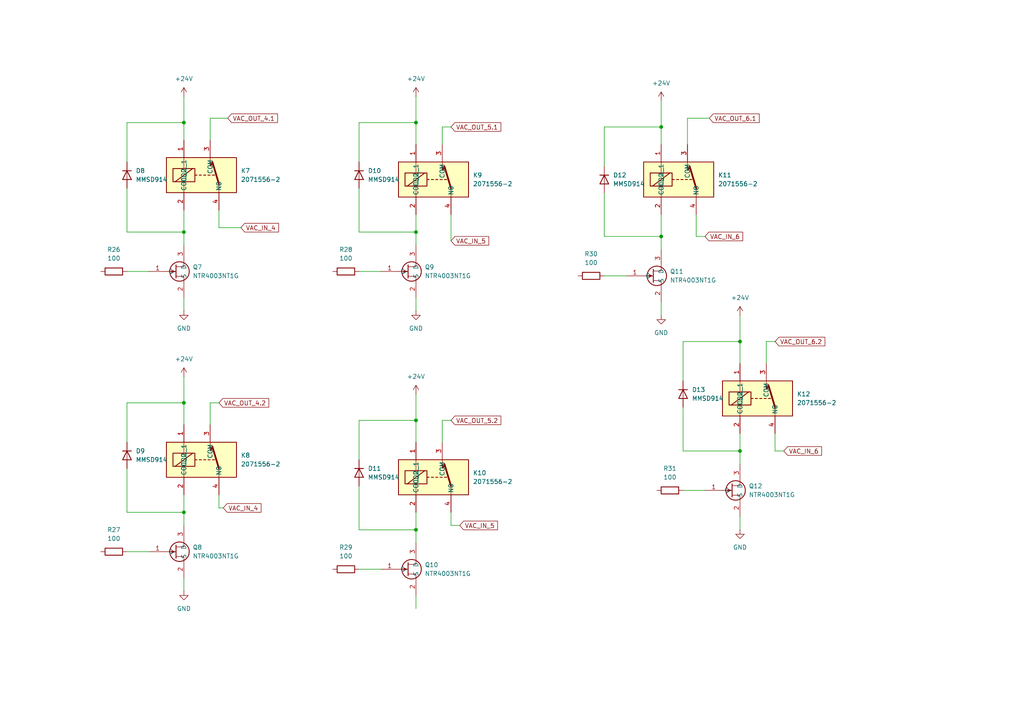
<source format=kicad_sch>
(kicad_sch (version 20250114) (generator "eeschema") (generator_version "9.0")
  (paper "A4")
  (lib_symbols
    (symbol "2071556-2:2071556-2"
      (property "Reference" "K" (at 26.67 7.62 0))
      (property "Value" "2071556-2" (at 26.67 5.08 0))
      (symbol "2071556-2_0_1"
        (rectangle (start -8.255 3.175) (end -1.905 -0.635) (stroke (width 0.254)))
        (polyline (pts (xy -7.62 -0.635) (xy -2.54 3.175)) (stroke (width 0.254)))
        (polyline (pts (xy -5.08 6.35) (xy -5.08 3.175)))
        (polyline (pts (xy -5.08 -3.81) (xy -5.08 -0.635)))
        (polyline (pts (xy -1.905 1.27) (xy -1.27 1.27)) (stroke (width 0.254)))
        (polyline (pts (xy -0.635 1.27) (xy 0 1.27)) (stroke (width 0.254)))
        (polyline (pts (xy 0.635 1.27) (xy 1.27 1.27)) (stroke (width 0.254)))
        (polyline (pts (xy 1.905 1.27) (xy 2.54 1.27)) (stroke (width 0.254)))
        (polyline (pts (xy 2.54 6.35) (xy 2.54 3.81) (xy 3.175 4.445) (xy 2.54 5.08)) (fill (type outline)))
        (polyline (pts (xy 3.175 1.27) (xy 3.81 1.27)) (stroke (width 0.254)))
        (polyline (pts (xy 5.08 -1.27) (xy 3.175 5.08)) (stroke (width 0.508)))
        (polyline (pts (xy 5.08 -1.27) (xy 5.08 -3.81)))
      )
      (symbol "2071556-2_1_1"
        (rectangle (start -10.16 6.35) (end 10.16 -3.81) (stroke (width 0.254)) (fill (type background)))
        (pin passive line (at -5.08 11.43 270) (length 5.08) (name "COIL_1") (number "1"))
        (pin passive line (at -5.08 -8.89 90) (length 5.08) (name "COIL_2") (number "2"))
        (pin passive line (at 2.54 11.43 270) (length 5.08) (name "COM") (number "3"))
        (pin passive line (at 5.08 -8.89 90) (length 5.08) (name "NO") (number "4"))
      )
    )
    (symbol "Device:R" (pin_numbers (hide yes)) (pin_names (offset 0))
      (property "Reference" "R" (at 2.032 0 90))
      (property "Value" "R" (at 0 0 90))
      (symbol "R_0_1"
        (rectangle (start -1.016 -2.54) (end 1.016 2.54) (stroke (width 0.254)))
      )
      (symbol "R_1_1"
        (pin passive line (at 0 3.81 270) (length 1.27) (name "~") (number "1"))
        (pin passive line (at 0 -3.81 90) (length 1.27) (name "~") (number "2"))
      )
    )
    (symbol "Diode:MMSD914" (pin_numbers (hide yes)) (pin_names (hide yes))
      (property "Reference" "D" (at 0 2.54 0))
      (property "Value" "MMSD914" (at 0 -2.54 0))
      (symbol "MMSD914_0_1"
        (polyline (pts (xy -1.27 1.27) (xy -1.27 -1.27)) (stroke (width 0.254)))
        (polyline (pts (xy 1.27 1.27) (xy 1.27 -1.27) (xy -1.27 0) (xy 1.27 1.27)) (stroke (width 0.254)))
        (polyline (pts (xy 1.27 0) (xy -1.27 0)))
      )
      (symbol "MMSD914_1_1"
        (pin passive line (at -3.81 0 0) (length 2.54) (name "K") (number "1"))
        (pin passive line (at 3.81 0 180) (length 2.54) (name "A") (number "2"))
      )
    )
    (symbol "NTR4003NT1G:NTR4003NT1G"
      (property "Reference" "Q" (at 5.588 -2.794 0))
      (property "Value" "NTR4003NT1G" (at 5.588 -5.334 0))
      (symbol "NTR4003NT1G_0_1"
        (polyline (pts (xy -1.27 0) (xy -2.286 0.381) (xy -2.286 -0.381) (xy -1.27 0)) (fill (type outline)))
        (polyline (pts (xy -1.016 1.905) (xy -1.016 -1.905)) (stroke (width 0.254)))
        (polyline (pts (xy -1.016 0) (xy -3.81 0)))
        (circle (center 0 0) (radius 2.8194) (stroke (width 0.254)))
        (polyline (pts (xy 1.27 2.54) (xy 1.27 1.397) (xy -1.016 1.397)))
        (polyline (pts (xy 1.27 -2.54) (xy 1.27 -1.397) (xy -1.016 -1.397)))
      )
      (symbol "NTR4003NT1G_1_1"
        (pin passive line (at -8.89 0 0) (length 5.08) (name "G") (number "1"))
        (pin passive line (at 1.27 7.62 270) (length 5.08) (name "D") (number "3"))
        (pin passive line (at 1.27 -7.62 90) (length 5.08) (name "S") (number "2"))
      )
    )
    (symbol "power:+24V" (power) (pin_numbers (hide yes)) (pin_names (offset 0) (hide yes))
      (property "Value" "+24V" (at 0 3.556 0))
      (symbol "+24V_0_1"
        (polyline (pts (xy -0.762 1.27) (xy 0 2.54)))
        (polyline (pts (xy 0 2.54) (xy 0.762 1.27)))
        (polyline (pts (xy 0 0) (xy 0 2.54)))
      )
      (symbol "+24V_1_1"
        (pin power_in line (at 0 0 90) (length 0) (name "~") (number "1"))
      )
    )
    (symbol "power:GND" (power) (pin_numbers (hide yes)) (pin_names (offset 0) (hide yes))
      (property "Value" "GND" (at 0 -3.81 0))
      (symbol "GND_0_1"
        (polyline (pts (xy 0 0) (xy 0 -1.27) (xy 1.27 -1.27) (xy 0 -2.54) (xy -1.27 -1.27) (xy 0 -1.27)))
      )
      (symbol "GND_1_1"
        (pin power_in line (at 0 0 270) (length 0) (name "~") (number "1"))
      )
    )
  )
  (junction (at 53.34 116.84))
  (junction (at 53.34 148.59))
  (junction (at 214.63 130.81))
  (junction (at 120.65 121.92))
  (junction (at 214.63 99.06))
  (junction (at 120.65 153.67))
  (junction (at 53.34 67.31))
  (junction (at 191.77 36.83))
  (junction (at 120.65 67.31))
  (junction (at 120.65 35.56))
  (junction (at 53.34 35.56))
  (junction (at 191.77 68.58))
  (wire (pts (xy 36.83 135.89) (xy 36.83 148.59)))
  (wire (pts (xy 66.04 34.29) (xy 60.96 34.29)))
  (wire (pts (xy 60.96 116.84) (xy 60.96 123.19)))
  (wire (pts (xy 201.93 68.58) (xy 201.93 62.23)))
  (wire (pts (xy 36.83 148.59) (xy 53.34 148.59)))
  (wire (pts (xy 104.14 121.92) (xy 104.14 133.35)))
  (wire (pts (xy 214.63 99.06) (xy 214.63 105.41)))
  (wire (pts (xy 53.34 116.84) (xy 36.83 116.84)))
  (wire (pts (xy 199.39 34.29) (xy 199.39 41.91)))
  (wire (pts (xy 104.14 67.31) (xy 120.65 67.31)))
  (wire (pts (xy 104.14 153.67) (xy 120.65 153.67)))
  (wire (pts (xy 53.34 109.22) (xy 53.34 116.84)))
  (wire (pts (xy 227.33 130.81) (xy 224.79 130.81)))
  (wire (pts (xy 36.83 160.02) (xy 43.18 160.02)))
  (wire (pts (xy 63.5 116.84) (xy 60.96 116.84)))
  (wire (pts (xy 120.65 62.23) (xy 120.65 67.31)))
  (wire (pts (xy 224.79 99.06) (xy 222.25 99.06)))
  (wire (pts (xy 175.26 36.83) (xy 175.26 48.26)))
  (wire (pts (xy 130.81 152.4) (xy 130.81 148.59)))
  (wire (pts (xy 53.34 116.84) (xy 53.34 123.19)))
  (wire (pts (xy 104.14 165.1) (xy 110.49 165.1)))
  (wire (pts (xy 60.96 34.29) (xy 60.96 40.64)))
  (wire (pts (xy 214.63 91.44) (xy 214.63 99.06)))
  (wire (pts (xy 128.27 121.92) (xy 130.81 121.92)))
  (wire (pts (xy 198.12 142.24) (xy 204.47 142.24)))
  (wire (pts (xy 53.34 143.51) (xy 53.34 148.59)))
  (wire (pts (xy 36.83 78.74) (xy 43.18 78.74)))
  (wire (pts (xy 191.77 68.58) (xy 191.77 72.39)))
  (wire (pts (xy 214.63 125.73) (xy 214.63 130.81)))
  (wire (pts (xy 53.34 167.64) (xy 53.34 171.45)))
  (wire (pts (xy 120.65 86.36) (xy 120.65 90.17)))
  (wire (pts (xy 53.34 148.59) (xy 53.34 152.4)))
  (wire (pts (xy 53.34 86.36) (xy 53.34 90.17)))
  (wire (pts (xy 36.83 116.84) (xy 36.83 128.27)))
  (wire (pts (xy 198.12 130.81) (xy 214.63 130.81)))
  (wire (pts (xy 128.27 121.92) (xy 128.27 128.27)))
  (wire (pts (xy 53.34 67.31) (xy 53.34 71.12)))
  (wire (pts (xy 63.5 66.04) (xy 69.85 66.04)))
  (wire (pts (xy 175.26 68.58) (xy 191.77 68.58)))
  (wire (pts (xy 222.25 99.06) (xy 222.25 105.41)))
  (wire (pts (xy 104.14 54.61) (xy 104.14 67.31)))
  (wire (pts (xy 191.77 36.83) (xy 175.26 36.83)))
  (wire (pts (xy 104.14 140.97) (xy 104.14 153.67)))
  (wire (pts (xy 120.65 114.3) (xy 120.65 121.92)))
  (wire (pts (xy 120.65 35.56) (xy 104.14 35.56)))
  (wire (pts (xy 130.81 62.23) (xy 130.81 69.85)))
  (wire (pts (xy 53.34 60.96) (xy 53.34 67.31)))
  (wire (pts (xy 63.5 66.04) (xy 63.5 60.96)))
  (wire (pts (xy 120.65 35.56) (xy 120.65 41.91)))
  (wire (pts (xy 104.14 35.56) (xy 104.14 46.99)))
  (wire (pts (xy 128.27 36.83) (xy 128.27 41.91)))
  (wire (pts (xy 36.83 35.56) (xy 36.83 46.99)))
  (wire (pts (xy 63.5 147.32) (xy 63.5 143.51)))
  (wire (pts (xy 214.63 99.06) (xy 198.12 99.06)))
  (wire (pts (xy 214.63 149.86) (xy 214.63 153.67)))
  (wire (pts (xy 120.65 27.94) (xy 120.65 35.56)))
  (wire (pts (xy 120.65 67.31) (xy 120.65 71.12)))
  (wire (pts (xy 191.77 87.63) (xy 191.77 91.44)))
  (wire (pts (xy 53.34 27.94) (xy 53.34 35.56)))
  (wire (pts (xy 104.14 78.74) (xy 110.49 78.74)))
  (wire (pts (xy 133.35 152.4) (xy 130.81 152.4)))
  (wire (pts (xy 224.79 130.81) (xy 224.79 125.73)))
  (wire (pts (xy 175.26 80.01) (xy 181.61 80.01)))
  (wire (pts (xy 120.65 121.92) (xy 120.65 128.27)))
  (wire (pts (xy 204.47 68.58) (xy 201.93 68.58)))
  (wire (pts (xy 120.65 153.67) (xy 120.65 157.48)))
  (wire (pts (xy 120.65 172.72) (xy 120.65 176.53)))
  (wire (pts (xy 198.12 118.11) (xy 198.12 130.81)))
  (wire (pts (xy 198.12 99.06) (xy 198.12 110.49)))
  (wire (pts (xy 53.34 35.56) (xy 53.34 40.64)))
  (wire (pts (xy 130.81 36.83) (xy 128.27 36.83)))
  (wire (pts (xy 120.65 148.59) (xy 120.65 153.67)))
  (wire (pts (xy 205.74 34.29) (xy 199.39 34.29)))
  (wire (pts (xy 53.34 35.56) (xy 36.83 35.56)))
  (wire (pts (xy 64.77 147.32) (xy 63.5 147.32)))
  (wire (pts (xy 175.26 55.88) (xy 175.26 68.58)))
  (wire (pts (xy 191.77 29.21) (xy 191.77 36.83)))
  (wire (pts (xy 120.65 121.92) (xy 104.14 121.92)))
  (wire (pts (xy 191.77 62.23) (xy 191.77 68.58)))
  (wire (pts (xy 36.83 67.31) (xy 53.34 67.31)))
  (wire (pts (xy 191.77 36.83) (xy 191.77 41.91)))
  (wire (pts (xy 36.83 54.61) (xy 36.83 67.31)))
  (wire (pts (xy 214.63 130.81) (xy 214.63 134.62)))
  (global_label "VAC_OUT_4.1" (shape input) (at 66.04 34.29 0) (property "Intersheetrefs" "${INTERSHEET_REFS}" (effects (hide yes))))
  (global_label "VAC_IN_4" (shape input) (at 64.77 147.32 0) (property "Intersheetrefs" "${INTERSHEET_REFS}" (effects (hide yes))))
  (global_label "VAC_IN_4" (shape input) (at 69.85 66.04 0) (property "Intersheetrefs" "${INTERSHEET_REFS}" (effects (hide yes))))
  (global_label "VAC_OUT_5.1" (shape input) (at 130.81 36.83 0) (property "Intersheetrefs" "${INTERSHEET_REFS}" (effects (hide yes))))
  (global_label "VAC_IN_5" (shape input) (at 133.35 152.4 0) (property "Intersheetrefs" "${INTERSHEET_REFS}" (effects (hide yes))))
  (global_label "VAC_IN_5" (shape input) (at 130.81 69.85 0) (property "Intersheetrefs" "${INTERSHEET_REFS}" (effects (hide yes))))
  (global_label "VAC_OUT_4.2" (shape input) (at 63.5 116.84 0) (property "Intersheetrefs" "${INTERSHEET_REFS}" (effects (hide yes))))
  (global_label "VAC_OUT_6.1" (shape input) (at 205.74 34.29 0) (property "Intersheetrefs" "${INTERSHEET_REFS}" (effects (hide yes))))
  (global_label "VAC_OUT_5.2" (shape input) (at 130.81 121.92 0) (property "Intersheetrefs" "${INTERSHEET_REFS}" (effects (hide yes))))
  (global_label "VAC_OUT_6.2" (shape input) (at 224.79 99.06 0) (property "Intersheetrefs" "${INTERSHEET_REFS}" (effects (hide yes))))
  (global_label "VAC_IN_6" (shape input) (at 204.47 68.58 0) (property "Intersheetrefs" "${INTERSHEET_REFS}" (effects (hide yes))))
  (global_label "VAC_IN_6" (shape input) (at 227.33 130.81 0) (property "Intersheetrefs" "${INTERSHEET_REFS}" (effects (hide yes))))
  (symbol (lib_id "power:GND") (at 120.65 90.17 0) (unit 1)
    (property "Reference" "#PWR044" (effects (hide yes)))
    (property "Value" "GND" (at 120.65 95.25 0))
    (property "Description" "Power symbol creates a global label with name \"GND\" , ground" (effects (hide yes)))
  )
  (symbol (lib_id "Device:R") (at 100.33 165.1 90) (unit 1)
    (property "Reference" "R29" (at 100.33 158.75 90))
    (property "Value" "100" (at 100.33 161.29 90))
    (property "Footprint" "Resistor_SMD:R_0603_1608Metric" (effects (hide yes)))
    (property "Description" "Resistor" (effects (hide yes)))
  )
  (symbol (lib_id "power:+24V") (at 191.77 29.21 0) (unit 1)
    (property "Reference" "#PWR046" (effects (hide yes)))
    (property "Value" "+24V" (at 191.77 24.13 0))
    (property "Description" "Power symbol creates a global label with name \"+24V\"" (effects (hide yes)))
  )
  (symbol (lib_id "NTR4003NT1G:NTR4003NT1G") (at 119.38 165.1 0) (unit 1)
    (property "Reference" "Q10" (at 123.19 163.8299 0) (effects (justify left)))
    (property "Value" "NTR4003NT1G" (at 123.19 166.3699 0) (effects (justify left)))
    (property "Footprint" "Package_TO_SOT_SMD:SOT-23-3" (effects (hide yes)))
    (property "Datasheet" "https://www.onsemi.com/pub/Collateral/NTR4003N-D.PDF" (effects (hide yes)))
    (property "Description" "Low Gate Voltage Threshold (VGS(TH)) to Facilitate Drive Circuit Design; Low Gate Charge for Fast Switching; ESD Protected Gate; SOT-23 Package Provides Excellent Thermal Performance; Minimum Breakdown Voltage Rating of 30 V; RoHS Compliant" (effects (hide yes)))
    (property "Height" "1.11" (effects (hide yes)))
    (property "Mouser Part Number" "863-NTR4003NT1G" (effects (hide yes)))
    (property "Mouser Price/Stock" "https://www.mouser.co.uk/ProductDetail/onsemi/NTR4003NT1G?qs=CBDP9nzV7kme%2Fyh64xROOQ%3D%3D" (effects (hide yes)))
    (property "Manufacturer_Name" "onsemi" (effects (hide yes)))
    (property "Manufacturer_Part_Number" "NTR4003NT1G" (effects (hide yes)))
  )
  (symbol (lib_id "power:+24V") (at 214.63 91.44 0) (unit 1)
    (property "Reference" "#PWR048" (effects (hide yes)))
    (property "Value" "+24V" (at 214.63 86.36 0))
    (property "Description" "Power symbol creates a global label with name \"+24V\"" (effects (hide yes)))
  )
  (symbol (lib_id "2071556-2:2071556-2") (at 125.73 139.7 0) (unit 1)
    (property "Reference" "K10" (at 137.16 137.1599 0) (effects (justify left)))
    (property "Value" "2071556-2" (at 137.16 139.6999 0) (effects (justify left)))
    (property "Footprint" "20715562" (effects (hide yes)))
    (property "Datasheet" "https://www.te.com/commerce/DocumentDelivery/DDEController?Action=srchrtrv&DocNm=OJS_16A_0821&DocType=Data%20Sheet&DocLang=English&DocFormat=pdf&PartCntxt=2071556-2" (effects (hide yes)))
    (property "Description" "General Purpose Power Relay, DC, Monostable, 1 Form A SPST-NO, 16 A Contact Rating, 24 VDC Coil Voltage , 250 VAC Contact Voltage, .45 W Coil Power" (effects (hide yes)))
    (property "Height" "15.3" (effects (hide yes)))
    (property "Mouser Part Number" "655-2071556-2" (effects (hide yes)))
    (property "Mouser Price/Stock" "https://www.mouser.co.uk/ProductDetail/TE-Connectivity/2071556-2?qs=ljCeji4nMDmS9znJMBiIWQ%3D%3D" (effects (hide yes)))
    (property "Manufacturer_Name" "TE Connectivity" (effects (hide yes)))
    (property "Manufacturer_Part_Number" "2071556-2" (effects (hide yes)))
  )
  (symbol (lib_id "Device:R") (at 194.31 142.24 90) (unit 1)
    (property "Reference" "R31" (at 194.31 135.89 90))
    (property "Value" "100" (at 194.31 138.43 90))
    (property "Footprint" "Resistor_SMD:R_0603_1608Metric" (effects (hide yes)))
    (property "Description" "Resistor" (effects (hide yes)))
  )
  (symbol (lib_id "NTR4003NT1G:NTR4003NT1G") (at 119.38 78.74 0) (unit 1)
    (property "Reference" "Q9" (at 123.19 77.4699 0) (effects (justify left)))
    (property "Value" "NTR4003NT1G" (at 123.19 80.0099 0) (effects (justify left)))
    (property "Footprint" "Package_TO_SOT_SMD:SOT-23-3" (effects (hide yes)))
    (property "Datasheet" "https://www.onsemi.com/pub/Collateral/NTR4003N-D.PDF" (effects (hide yes)))
    (property "Description" "Low Gate Voltage Threshold (VGS(TH)) to Facilitate Drive Circuit Design; Low Gate Charge for Fast Switching; ESD Protected Gate; SOT-23 Package Provides Excellent Thermal Performance; Minimum Breakdown Voltage Rating of 30 V; RoHS Compliant" (effects (hide yes)))
    (property "Height" "1.11" (effects (hide yes)))
    (property "Mouser Part Number" "863-NTR4003NT1G" (effects (hide yes)))
    (property "Mouser Price/Stock" "https://www.mouser.co.uk/ProductDetail/onsemi/NTR4003NT1G?qs=CBDP9nzV7kme%2Fyh64xROOQ%3D%3D" (effects (hide yes)))
    (property "Manufacturer_Name" "onsemi" (effects (hide yes)))
    (property "Manufacturer_Part_Number" "NTR4003NT1G" (effects (hide yes)))
  )
  (symbol (lib_id "power:+24V") (at 53.34 109.22 0) (unit 1)
    (property "Reference" "#PWR041" (effects (hide yes)))
    (property "Value" "+24V" (at 53.34 104.14 0))
    (property "Description" "Power symbol creates a global label with name \"+24V\"" (effects (hide yes)))
  )
  (symbol (lib_id "NTR4003NT1G:NTR4003NT1G") (at 190.5 80.01 0) (unit 1)
    (property "Reference" "Q11" (at 194.31 78.7399 0) (effects (justify left)))
    (property "Value" "NTR4003NT1G" (at 194.31 81.2799 0) (effects (justify left)))
    (property "Footprint" "Package_TO_SOT_SMD:SOT-23-3" (effects (hide yes)))
    (property "Datasheet" "https://www.onsemi.com/pub/Collateral/NTR4003N-D.PDF" (effects (hide yes)))
    (property "Description" "Low Gate Voltage Threshold (VGS(TH)) to Facilitate Drive Circuit Design; Low Gate Charge for Fast Switching; ESD Protected Gate; SOT-23 Package Provides Excellent Thermal Performance; Minimum Breakdown Voltage Rating of 30 V; RoHS Compliant" (effects (hide yes)))
    (property "Height" "1.11" (effects (hide yes)))
    (property "Mouser Part Number" "863-NTR4003NT1G" (effects (hide yes)))
    (property "Mouser Price/Stock" "https://www.mouser.co.uk/ProductDetail/onsemi/NTR4003NT1G?qs=CBDP9nzV7kme%2Fyh64xROOQ%3D%3D" (effects (hide yes)))
    (property "Manufacturer_Name" "onsemi" (effects (hide yes)))
    (property "Manufacturer_Part_Number" "NTR4003NT1G" (effects (hide yes)))
  )
  (symbol (lib_id "Device:R") (at 33.02 78.74 90) (unit 1)
    (property "Reference" "R26" (at 33.02 72.39 90))
    (property "Value" "100" (at 33.02 74.93 90))
    (property "Footprint" "Resistor_SMD:R_0603_1608Metric" (effects (hide yes)))
    (property "Description" "Resistor" (effects (hide yes)))
  )
  (symbol (lib_id "2071556-2:2071556-2") (at 125.73 53.34 0) (unit 1)
    (property "Reference" "K9" (at 137.16 50.7999 0) (effects (justify left)))
    (property "Value" "2071556-2" (at 137.16 53.3399 0) (effects (justify left)))
    (property "Footprint" "20715562" (effects (hide yes)))
    (property "Datasheet" "https://www.te.com/commerce/DocumentDelivery/DDEController?Action=srchrtrv&DocNm=OJS_16A_0821&DocType=Data%20Sheet&DocLang=English&DocFormat=pdf&PartCntxt=2071556-2" (effects (hide yes)))
    (property "Description" "General Purpose Power Relay, DC, Monostable, 1 Form A SPST-NO, 16 A Contact Rating, 24 VDC Coil Voltage , 250 VAC Contact Voltage, .45 W Coil Power" (effects (hide yes)))
    (property "Height" "15.3" (effects (hide yes)))
    (property "Mouser Part Number" "655-2071556-2" (effects (hide yes)))
    (property "Mouser Price/Stock" "https://www.mouser.co.uk/ProductDetail/TE-Connectivity/2071556-2?qs=ljCeji4nMDmS9znJMBiIWQ%3D%3D" (effects (hide yes)))
    (property "Manufacturer_Name" "TE Connectivity" (effects (hide yes)))
    (property "Manufacturer_Part_Number" "2071556-2" (effects (hide yes)))
  )
  (symbol (lib_id "power:GND") (at 214.63 153.67 0) (unit 1)
    (property "Reference" "#PWR049" (effects (hide yes)))
    (property "Value" "GND" (at 214.63 158.75 0))
    (property "Description" "Power symbol creates a global label with name \"GND\" , ground" (effects (hide yes)))
  )
  (symbol (lib_id "Diode:MMSD914") (at 104.14 137.16 270) (unit 1)
    (property "Reference" "D11" (at 106.68 135.8899 90) (effects (justify left)))
    (property "Value" "MMSD914" (at 106.68 138.4299 90) (effects (justify left)))
    (property "Footprint" "Diode_SMD:D_SOD-123" (effects (hide yes)))
    (property "Datasheet" "https://www.onsemi.com/pub/Collateral/MMSD914T1-D.PDF" (effects (hide yes)))
    (property "Description" "100V 0.2A Switching Diode, SOD-123" (effects (hide yes)))
    (property "Sim.Device" "D" (effects (hide yes)))
    (property "Sim.Pins" "1=K 2=A" (effects (hide yes)))
  )
  (symbol (lib_id "power:+24V") (at 120.65 27.94 0) (unit 1)
    (property "Reference" "#PWR043" (effects (hide yes)))
    (property "Value" "+24V" (at 120.65 22.86 0))
    (property "Description" "Power symbol creates a global label with name \"+24V\"" (effects (hide yes)))
  )
  (symbol (lib_id "Diode:MMSD914") (at 36.83 50.8 270) (unit 1)
    (property "Reference" "D8" (at 39.37 49.5299 90) (effects (justify left)))
    (property "Value" "MMSD914" (at 39.37 52.0699 90) (effects (justify left)))
    (property "Footprint" "Diode_SMD:D_SOD-123" (effects (hide yes)))
    (property "Datasheet" "https://www.onsemi.com/pub/Collateral/MMSD914T1-D.PDF" (effects (hide yes)))
    (property "Description" "100V 0.2A Switching Diode, SOD-123" (effects (hide yes)))
    (property "Sim.Device" "D" (effects (hide yes)))
    (property "Sim.Pins" "1=K 2=A" (effects (hide yes)))
  )
  (symbol (lib_id "2071556-2:2071556-2") (at 196.85 53.34 0) (unit 1)
    (property "Reference" "K11" (at 208.28 50.7999 0) (effects (justify left)))
    (property "Value" "2071556-2" (at 208.28 53.3399 0) (effects (justify left)))
    (property "Footprint" "20715562" (effects (hide yes)))
    (property "Datasheet" "https://www.te.com/commerce/DocumentDelivery/DDEController?Action=srchrtrv&DocNm=OJS_16A_0821&DocType=Data%20Sheet&DocLang=English&DocFormat=pdf&PartCntxt=2071556-2" (effects (hide yes)))
    (property "Description" "General Purpose Power Relay, DC, Monostable, 1 Form A SPST-NO, 16 A Contact Rating, 24 VDC Coil Voltage , 250 VAC Contact Voltage, .45 W Coil Power" (effects (hide yes)))
    (property "Height" "15.3" (effects (hide yes)))
    (property "Mouser Part Number" "655-2071556-2" (effects (hide yes)))
    (property "Mouser Price/Stock" "https://www.mouser.co.uk/ProductDetail/TE-Connectivity/2071556-2?qs=ljCeji4nMDmS9znJMBiIWQ%3D%3D" (effects (hide yes)))
    (property "Manufacturer_Name" "TE Connectivity" (effects (hide yes)))
    (property "Manufacturer_Part_Number" "2071556-2" (effects (hide yes)))
  )
  (symbol (lib_id "2071556-2:2071556-2") (at 58.42 52.07 0) (unit 1)
    (property "Reference" "K7" (at 69.85 49.5299 0) (effects (justify left)))
    (property "Value" "2071556-2" (at 69.85 52.0699 0) (effects (justify left)))
    (property "Footprint" "20715562" (effects (hide yes)))
    (property "Datasheet" "https://www.te.com/commerce/DocumentDelivery/DDEController?Action=srchrtrv&DocNm=OJS_16A_0821&DocType=Data%20Sheet&DocLang=English&DocFormat=pdf&PartCntxt=2071556-2" (effects (hide yes)))
    (property "Description" "General Purpose Power Relay, DC, Monostable, 1 Form A SPST-NO, 16 A Contact Rating, 24 VDC Coil Voltage , 250 VAC Contact Voltage, .45 W Coil Power" (effects (hide yes)))
    (property "Height" "15.3" (effects (hide yes)))
    (property "Mouser Part Number" "655-2071556-2" (effects (hide yes)))
    (property "Mouser Price/Stock" "https://www.mouser.co.uk/ProductDetail/TE-Connectivity/2071556-2?qs=ljCeji4nMDmS9znJMBiIWQ%3D%3D" (effects (hide yes)))
    (property "Manufacturer_Name" "TE Connectivity" (effects (hide yes)))
    (property "Manufacturer_Part_Number" "2071556-2" (effects (hide yes)))
  )
  (symbol (lib_id "NTR4003NT1G:NTR4003NT1G") (at 52.07 78.74 0) (unit 1)
    (property "Reference" "Q7" (at 55.88 77.4699 0) (effects (justify left)))
    (property "Value" "NTR4003NT1G" (at 55.88 80.0099 0) (effects (justify left)))
    (property "Footprint" "Package_TO_SOT_SMD:SOT-23-3" (effects (hide yes)))
    (property "Datasheet" "https://www.onsemi.com/pub/Collateral/NTR4003N-D.PDF" (effects (hide yes)))
    (property "Description" "Low Gate Voltage Threshold (VGS(TH)) to Facilitate Drive Circuit Design; Low Gate Charge for Fast Switching; ESD Protected Gate; SOT-23 Package Provides Excellent Thermal Performance; Minimum Breakdown Voltage Rating of 30 V; RoHS Compliant" (effects (hide yes)))
    (property "Height" "1.11" (effects (hide yes)))
    (property "Mouser Part Number" "863-NTR4003NT1G" (effects (hide yes)))
    (property "Mouser Price/Stock" "https://www.mouser.co.uk/ProductDetail/onsemi/NTR4003NT1G?qs=CBDP9nzV7kme%2Fyh64xROOQ%3D%3D" (effects (hide yes)))
    (property "Manufacturer_Name" "onsemi" (effects (hide yes)))
    (property "Manufacturer_Part_Number" "NTR4003NT1G" (effects (hide yes)))
  )
  (symbol (lib_id "Device:R") (at 100.33 78.74 90) (unit 1)
    (property "Reference" "R28" (at 100.33 72.39 90))
    (property "Value" "100" (at 100.33 74.93 90))
    (property "Footprint" "Resistor_SMD:R_0603_1608Metric" (effects (hide yes)))
    (property "Description" "Resistor" (effects (hide yes)))
  )
  (symbol (lib_id "2071556-2:2071556-2") (at 58.42 134.62 0) (unit 1)
    (property "Reference" "K8" (at 69.85 132.0799 0) (effects (justify left)))
    (property "Value" "2071556-2" (at 69.85 134.6199 0) (effects (justify left)))
    (property "Footprint" "20715562" (effects (hide yes)))
    (property "Datasheet" "https://www.te.com/commerce/DocumentDelivery/DDEController?Action=srchrtrv&DocNm=OJS_16A_0821&DocType=Data%20Sheet&DocLang=English&DocFormat=pdf&PartCntxt=2071556-2" (effects (hide yes)))
    (property "Description" "General Purpose Power Relay, DC, Monostable, 1 Form A SPST-NO, 16 A Contact Rating, 24 VDC Coil Voltage , 250 VAC Contact Voltage, .45 W Coil Power" (effects (hide yes)))
    (property "Height" "15.3" (effects (hide yes)))
    (property "Mouser Part Number" "655-2071556-2" (effects (hide yes)))
    (property "Mouser Price/Stock" "https://www.mouser.co.uk/ProductDetail/TE-Connectivity/2071556-2?qs=ljCeji4nMDmS9znJMBiIWQ%3D%3D" (effects (hide yes)))
    (property "Manufacturer_Name" "TE Connectivity" (effects (hide yes)))
    (property "Manufacturer_Part_Number" "2071556-2" (effects (hide yes)))
  )
  (symbol (lib_id "power:GND") (at 53.34 171.45 0) (unit 1)
    (property "Reference" "#PWR042" (effects (hide yes)))
    (property "Value" "GND" (at 53.34 176.53 0))
    (property "Description" "Power symbol creates a global label with name \"GND\" , ground" (effects (hide yes)))
  )
  (symbol (lib_id "Device:R") (at 33.02 160.02 90) (unit 1)
    (property "Reference" "R27" (at 33.02 153.67 90))
    (property "Value" "100" (at 33.02 156.21 90))
    (property "Footprint" "Resistor_SMD:R_0603_1608Metric" (effects (hide yes)))
    (property "Description" "Resistor" (effects (hide yes)))
  )
  (symbol (lib_id "power:GND") (at 53.34 90.17 0) (unit 1)
    (property "Reference" "#PWR040" (effects (hide yes)))
    (property "Value" "GND" (at 53.34 95.25 0))
    (property "Description" "Power symbol creates a global label with name \"GND\" , ground" (effects (hide yes)))
  )
  (symbol (lib_id "2071556-2:2071556-2") (at 219.71 116.84 0) (unit 1)
    (property "Reference" "K12" (at 231.14 114.2999 0) (effects (justify left)))
    (property "Value" "2071556-2" (at 231.14 116.8399 0) (effects (justify left)))
    (property "Footprint" "20715562" (effects (hide yes)))
    (property "Datasheet" "https://www.te.com/commerce/DocumentDelivery/DDEController?Action=srchrtrv&DocNm=OJS_16A_0821&DocType=Data%20Sheet&DocLang=English&DocFormat=pdf&PartCntxt=2071556-2" (effects (hide yes)))
    (property "Description" "General Purpose Power Relay, DC, Monostable, 1 Form A SPST-NO, 16 A Contact Rating, 24 VDC Coil Voltage , 250 VAC Contact Voltage, .45 W Coil Power" (effects (hide yes)))
    (property "Height" "15.3" (effects (hide yes)))
    (property "Mouser Part Number" "655-2071556-2" (effects (hide yes)))
    (property "Mouser Price/Stock" "https://www.mouser.co.uk/ProductDetail/TE-Connectivity/2071556-2?qs=ljCeji4nMDmS9znJMBiIWQ%3D%3D" (effects (hide yes)))
    (property "Manufacturer_Name" "TE Connectivity" (effects (hide yes)))
    (property "Manufacturer_Part_Number" "2071556-2" (effects (hide yes)))
  )
  (symbol (lib_id "power:+24V") (at 120.65 114.3 0) (unit 1)
    (property "Reference" "#PWR045" (effects (hide yes)))
    (property "Value" "+24V" (at 120.65 109.22 0))
    (property "Description" "Power symbol creates a global label with name \"+24V\"" (effects (hide yes)))
  )
  (symbol (lib_id "power:GND") (at 191.77 91.44 0) (unit 1)
    (property "Reference" "#PWR047" (effects (hide yes)))
    (property "Value" "GND" (at 191.77 96.52 0))
    (property "Description" "Power symbol creates a global label with name \"GND\" , ground" (effects (hide yes)))
  )
  (symbol (lib_id "Device:R") (at 171.45 80.01 90) (unit 1)
    (property "Reference" "R30" (at 171.45 73.66 90))
    (property "Value" "100" (at 171.45 76.2 90))
    (property "Footprint" "Resistor_SMD:R_0603_1608Metric" (effects (hide yes)))
    (property "Description" "Resistor" (effects (hide yes)))
  )
  (symbol (lib_id "Diode:MMSD914") (at 36.83 132.08 270) (unit 1)
    (property "Reference" "D9" (at 39.37 130.8099 90) (effects (justify left)))
    (property "Value" "MMSD914" (at 39.37 133.3499 90) (effects (justify left)))
    (property "Footprint" "Diode_SMD:D_SOD-123" (effects (hide yes)))
    (property "Datasheet" "https://www.onsemi.com/pub/Collateral/MMSD914T1-D.PDF" (effects (hide yes)))
    (property "Description" "100V 0.2A Switching Diode, SOD-123" (effects (hide yes)))
    (property "Sim.Device" "D" (effects (hide yes)))
    (property "Sim.Pins" "1=K 2=A" (effects (hide yes)))
  )
  (symbol (lib_id "power:+24V") (at 53.34 27.94 0) (unit 1)
    (property "Reference" "#PWR039" (effects (hide yes)))
    (property "Value" "+24V" (at 53.34 22.86 0))
    (property "Description" "Power symbol creates a global label with name \"+24V\"" (effects (hide yes)))
  )
  (symbol (lib_id "Diode:MMSD914") (at 198.12 114.3 270) (unit 1)
    (property "Reference" "D13" (at 200.66 113.0299 90) (effects (justify left)))
    (property "Value" "MMSD914" (at 200.66 115.5699 90) (effects (justify left)))
    (property "Footprint" "Diode_SMD:D_SOD-123" (effects (hide yes)))
    (property "Datasheet" "https://www.onsemi.com/pub/Collateral/MMSD914T1-D.PDF" (effects (hide yes)))
    (property "Description" "100V 0.2A Switching Diode, SOD-123" (effects (hide yes)))
    (property "Sim.Device" "D" (effects (hide yes)))
    (property "Sim.Pins" "1=K 2=A" (effects (hide yes)))
  )
  (symbol (lib_id "NTR4003NT1G:NTR4003NT1G") (at 213.36 142.24 0) (unit 1)
    (property "Reference" "Q12" (at 217.17 140.9699 0) (effects (justify left)))
    (property "Value" "NTR4003NT1G" (at 217.17 143.5099 0) (effects (justify left)))
    (property "Footprint" "Package_TO_SOT_SMD:SOT-23-3" (effects (hide yes)))
    (property "Datasheet" "https://www.onsemi.com/pub/Collateral/NTR4003N-D.PDF" (effects (hide yes)))
    (property "Description" "Low Gate Voltage Threshold (VGS(TH)) to Facilitate Drive Circuit Design; Low Gate Charge for Fast Switching; ESD Protected Gate; SOT-23 Package Provides Excellent Thermal Performance; Minimum Breakdown Voltage Rating of 30 V; RoHS Compliant" (effects (hide yes)))
    (property "Height" "1.11" (effects (hide yes)))
    (property "Mouser Part Number" "863-NTR4003NT1G" (effects (hide yes)))
    (property "Mouser Price/Stock" "https://www.mouser.co.uk/ProductDetail/onsemi/NTR4003NT1G?qs=CBDP9nzV7kme%2Fyh64xROOQ%3D%3D" (effects (hide yes)))
    (property "Manufacturer_Name" "onsemi" (effects (hide yes)))
    (property "Manufacturer_Part_Number" "NTR4003NT1G" (effects (hide yes)))
  )
  (symbol (lib_id "Diode:MMSD914") (at 175.26 52.07 270) (unit 1)
    (property "Reference" "D12" (at 177.8 50.7999 90) (effects (justify left)))
    (property "Value" "MMSD914" (at 177.8 53.3399 90) (effects (justify left)))
    (property "Footprint" "Diode_SMD:D_SOD-123" (effects (hide yes)))
    (property "Datasheet" "https://www.onsemi.com/pub/Collateral/MMSD914T1-D.PDF" (effects (hide yes)))
    (property "Description" "100V 0.2A Switching Diode, SOD-123" (effects (hide yes)))
    (property "Sim.Device" "D" (effects (hide yes)))
    (property "Sim.Pins" "1=K 2=A" (effects (hide yes)))
  )
  (symbol (lib_id "NTR4003NT1G:NTR4003NT1G") (at 52.07 160.02 0) (unit 1)
    (property "Reference" "Q8" (at 55.88 158.7499 0) (effects (justify left)))
    (property "Value" "NTR4003NT1G" (at 55.88 161.2899 0) (effects (justify left)))
    (property "Footprint" "Package_TO_SOT_SMD:SOT-23-3" (effects (hide yes)))
    (property "Datasheet" "https://www.onsemi.com/pub/Collateral/NTR4003N-D.PDF" (effects (hide yes)))
    (property "Description" "Low Gate Voltage Threshold (VGS(TH)) to Facilitate Drive Circuit Design; Low Gate Charge for Fast Switching; ESD Protected Gate; SOT-23 Package Provides Excellent Thermal Performance; Minimum Breakdown Voltage Rating of 30 V; RoHS Compliant" (effects (hide yes)))
    (property "Height" "1.11" (effects (hide yes)))
    (property "Mouser Part Number" "863-NTR4003NT1G" (effects (hide yes)))
    (property "Mouser Price/Stock" "https://www.mouser.co.uk/ProductDetail/onsemi/NTR4003NT1G?qs=CBDP9nzV7kme%2Fyh64xROOQ%3D%3D" (effects (hide yes)))
    (property "Manufacturer_Name" "onsemi" (effects (hide yes)))
    (property "Manufacturer_Part_Number" "NTR4003NT1G" (effects (hide yes)))
  )
  (symbol (lib_id "Diode:MMSD914") (at 104.14 50.8 270) (unit 1)
    (property "Reference" "D10" (at 106.68 49.5299 90) (effects (justify left)))
    (property "Value" "MMSD914" (at 106.68 52.0699 90) (effects (justify left)))
    (property "Footprint" "Diode_SMD:D_SOD-123" (effects (hide yes)))
    (property "Datasheet" "https://www.onsemi.com/pub/Collateral/MMSD914T1-D.PDF" (effects (hide yes)))
    (property "Description" "100V 0.2A Switching Diode, SOD-123" (effects (hide yes)))
    (property "Sim.Device" "D" (effects (hide yes)))
    (property "Sim.Pins" "1=K 2=A" (effects (hide yes)))
  )
)
</source>
